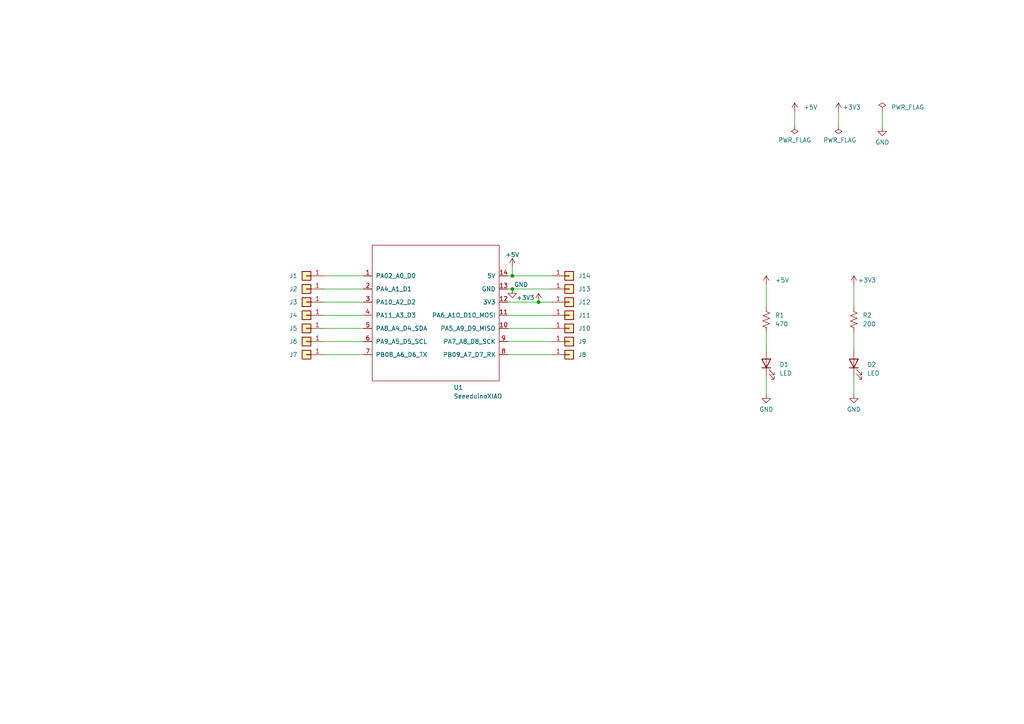
<source format=kicad_sch>
(kicad_sch (version 20231120) (generator "eeschema") (generator_version "8.0")
  (paper "A4")
  (lib_symbols
    (symbol "Connector_Generic:Conn_01x01" (pin_names (offset 1.016) hide)
      (property "Reference" "J" (at 0 2.54 0))
      (property "Value" "Conn_01x01" (at 0 -2.54 0))
      (symbol "Conn_01x01_1_1"
        (rectangle (start -1.27 0.127) (end 0 -0.127) (stroke (width 0.1524)))
        (rectangle (start -1.27 1.27) (end 1.27 -1.27) (stroke (width 0.254)) (fill (type background)))
        (pin passive line (at -5.08 0 0) (length 3.81) (name "Pin_1") (number "1"))
      )
    )
    (symbol "Device:LED" (pin_numbers hide) (pin_names (offset 1.016) hide)
      (property "Reference" "D" (at 0 2.54 0))
      (property "Value" "LED" (at 0 -2.54 0))
      (symbol "LED_0_1"
        (polyline (pts (xy -1.27 -1.27) (xy -1.27 1.27)) (stroke (width 0.254)))
        (polyline (pts (xy -1.27 0) (xy 1.27 0)))
        (polyline (pts (xy 1.27 -1.27) (xy 1.27 1.27) (xy -1.27 0) (xy 1.27 -1.27)) (stroke (width 0.254)))
        (polyline (pts (xy -3.048 -0.762) (xy -4.572 -2.286) (xy -3.81 -2.286) (xy -4.572 -2.286) (xy -4.572 -1.524)))
        (polyline (pts (xy -1.778 -0.762) (xy -3.302 -2.286) (xy -2.54 -2.286) (xy -3.302 -2.286) (xy -3.302 -1.524)))
      )
      (symbol "LED_1_1"
        (pin passive line (at -3.81 0 0) (length 2.54) (name "K") (number "1"))
        (pin passive line (at 3.81 0 180) (length 2.54) (name "A") (number "2"))
      )
    )
    (symbol "Device:R_US" (pin_numbers hide) (pin_names (offset 0))
      (property "Reference" "R" (at 2.54 0 90))
      (property "Value" "R_US" (at -2.54 0 90))
      (symbol "R_US_0_1"
        (polyline (pts (xy 0 -2.286) (xy 0 -2.54)))
        (polyline (pts (xy 0 2.286) (xy 0 2.54)))
        (polyline (pts (xy 0 -0.762) (xy 1.016 -1.143) (xy 0 -1.524) (xy -1.016 -1.905) (xy 0 -2.286)))
        (polyline (pts (xy 0 0.762) (xy 1.016 0.381) (xy 0 0) (xy -1.016 -0.381) (xy 0 -0.762)))
        (polyline (pts (xy 0 2.286) (xy 1.016 1.905) (xy 0 1.524) (xy -1.016 1.143) (xy 0 0.762)))
      )
      (symbol "R_US_1_1"
        (pin passive line (at 0 3.81 270) (length 1.27) (name "~") (number "1"))
        (pin passive line (at 0 -3.81 90) (length 1.27) (name "~") (number "2"))
      )
    )
    (symbol "Seeeduino XIAO:SeeeduinoXIAO" (pin_names (offset 1.016))
      (property "Reference" "U" (at -19.05 22.86 0))
      (property "Value" "SeeeduinoXIAO" (at -12.7 21.59 0))
      (symbol "SeeeduinoXIAO_0_1"
        (rectangle (start -19.05 20.32) (end 17.78 -19.05))
      )
      (symbol "SeeeduinoXIAO_1_1"
        (pin bidirectional line (at -21.59 11.43 0) (length 2.54) (name "PA02_A0_D0") (number "1"))
        (pin bidirectional line (at 20.32 -3.81 180) (length 2.54) (name "PA5_A9_D9_MISO") (number "10"))
        (pin bidirectional line (at 20.32 0 180) (length 2.54) (name "PA6_A10_D10_MOSI") (number "11"))
        (pin power_in line (at 20.32 3.81 180) (length 2.54) (name "3V3") (number "12"))
        (pin power_in line (at 20.32 7.62 180) (length 2.54) (name "GND") (number "13"))
        (pin power_in line (at 20.32 11.43 180) (length 2.54) (name "5V") (number "14"))
        (pin bidirectional line (at -21.59 7.62 0) (length 2.54) (name "PA4_A1_D1") (number "2"))
        (pin bidirectional line (at -21.59 3.81 0) (length 2.54) (name "PA10_A2_D2") (number "3"))
        (pin bidirectional line (at -21.59 0 0) (length 2.54) (name "PA11_A3_D3") (number "4"))
        (pin bidirectional line (at -21.59 -3.81 0) (length 2.54) (name "PA8_A4_D4_SDA") (number "5"))
        (pin bidirectional line (at -21.59 -7.62 0) (length 2.54) (name "PA9_A5_D5_SCL") (number "6"))
        (pin bidirectional line (at -21.59 -11.43 0) (length 2.54) (name "PB08_A6_D6_TX") (number "7"))
        (pin bidirectional line (at 20.32 -11.43 180) (length 2.54) (name "PB09_A7_D7_RX") (number "8"))
        (pin bidirectional line (at 20.32 -7.62 180) (length 2.54) (name "PA7_A8_D8_SCK") (number "9"))
      )
    )
    (symbol "power:+3.3V" (power) (pin_names (offset 0))
      (property "Value" "+3.3V" (at 0 3.556 0))
      (symbol "+3.3V_0_1"
        (polyline (pts (xy -0.762 1.27) (xy 0 2.54)))
        (polyline (pts (xy 0 0) (xy 0 2.54)))
        (polyline (pts (xy 0 2.54) (xy 0.762 1.27)))
      )
      (symbol "+3.3V_1_1"
        (pin power_in line (at 0 0 90) (length 0) hide (name "+3V3") (number "1"))
      )
    )
    (symbol "power:+5V" (power) (pin_names (offset 0))
      (property "Value" "+5V" (at 0 3.556 0))
      (symbol "+5V_0_1"
        (polyline (pts (xy -0.762 1.27) (xy 0 2.54)))
        (polyline (pts (xy 0 0) (xy 0 2.54)))
        (polyline (pts (xy 0 2.54) (xy 0.762 1.27)))
      )
      (symbol "+5V_1_1"
        (pin power_in line (at 0 0 90) (length 0) hide (name "+5V") (number "1"))
      )
    )
    (symbol "power:GND" (power) (pin_names (offset 0))
      (property "Value" "GND" (at 0 -3.81 0))
      (symbol "GND_0_1"
        (polyline (pts (xy 0 0) (xy 0 -1.27) (xy 1.27 -1.27) (xy 0 -2.54) (xy -1.27 -1.27) (xy 0 -1.27)))
      )
      (symbol "GND_1_1"
        (pin power_in line (at 0 0 270) (length 0) hide (name "GND") (number "1"))
      )
    )
    (symbol "power:PWR_FLAG" (power) (pin_numbers hide) (pin_names (offset 0) hide)
      (property "Value" "PWR_FLAG" (at 0 3.81 0))
      (symbol "PWR_FLAG_0_0"
        (pin power_out line (at 0 0 90) (length 0) (name "pwr") (number "1"))
      )
      (symbol "PWR_FLAG_0_1"
        (polyline (pts (xy 0 0) (xy 0 1.27) (xy -1.016 1.905) (xy 0 2.54) (xy 1.016 1.905) (xy 0 1.27)))
      )
    )
  )
  (junction (at 148.59 83.82))
  (junction (at 156.21 87.63))
  (junction (at 148.59 80.01))
  (wire (pts (xy 243.205 32.385) (xy 243.205 36.195)))
  (wire (pts (xy 93.98 83.82) (xy 105.41 83.82)))
  (wire (pts (xy 93.98 80.01) (xy 105.41 80.01)))
  (wire (pts (xy 222.25 82.55) (xy 222.25 88.9)))
  (wire (pts (xy 147.32 102.87) (xy 160.02 102.87)))
  (wire (pts (xy 247.65 96.52) (xy 247.65 101.6)))
  (wire (pts (xy 230.505 32.385) (xy 230.505 36.195)))
  (wire (pts (xy 148.59 83.82) (xy 160.02 83.82)))
  (wire (pts (xy 222.25 109.22) (xy 222.25 114.3)))
  (wire (pts (xy 147.32 83.82) (xy 148.59 83.82)))
  (wire (pts (xy 93.98 102.87) (xy 105.41 102.87)))
  (wire (pts (xy 93.98 91.44) (xy 105.41 91.44)))
  (wire (pts (xy 93.98 99.06) (xy 105.41 99.06)))
  (wire (pts (xy 247.65 109.22) (xy 247.65 114.3)))
  (wire (pts (xy 147.32 80.01) (xy 148.59 80.01)))
  (wire (pts (xy 93.98 87.63) (xy 105.41 87.63)))
  (wire (pts (xy 148.59 80.01) (xy 160.02 80.01)))
  (wire (pts (xy 222.25 96.52) (xy 222.25 101.6)))
  (wire (pts (xy 147.32 91.44) (xy 160.02 91.44)))
  (wire (pts (xy 147.32 95.25) (xy 160.02 95.25)))
  (wire (pts (xy 148.59 80.01) (xy 148.59 77.47)))
  (wire (pts (xy 147.32 87.63) (xy 156.21 87.63)))
  (wire (pts (xy 255.905 32.385) (xy 255.905 36.83)))
  (wire (pts (xy 247.65 82.55) (xy 247.65 88.9)))
  (wire (pts (xy 93.98 95.25) (xy 105.41 95.25)))
  (wire (pts (xy 160.02 87.63) (xy 156.21 87.63)))
  (wire (pts (xy 147.32 99.06) (xy 160.02 99.06)))
  (symbol (lib_id "Connector_Generic:Conn_01x01") (at 88.9 95.25 180) (unit 1)
    (property "Reference" "J5" (at 85.09 95.25 0))
    (property "Value" "Conn_01x01_hole" (effects (hide yes)))
    (property "Footprint" "lib:con_01x01_edge" (effects (hide yes)))
  )
  (symbol (lib_id "power:GND") (at 222.25 114.3 0) (unit 1)
    (property "Reference" "#PWR0106" (effects (hide yes)))
    (property "Value" "GND" (at 222.25 118.745 0))
  )
  (symbol (lib_id "Connector_Generic:Conn_01x01") (at 165.1 80.01 0) (unit 1)
    (property "Reference" "J14" (at 169.545 80.01 0))
    (property "Value" "Conn_01x01_hole" (effects (hide yes)))
    (property "Footprint" "lib:con_01x01_edge" (effects (hide yes)))
  )
  (symbol (lib_id "Seeeduino XIAO:SeeeduinoXIAO") (at 127 91.44 0) (unit 1)
    (property "Reference" "U1" (at 131.5594 112.3934 0) (effects (justify left)))
    (property "Value" "SeeeduinoXIAO" (at 131.5594 114.9303 0) (effects (justify left)))
    (property "Footprint" "lib:Seeeduino XIAO-MOUDLE14P-2.54-21X17.8MM" (effects (hide yes)))
  )
  (symbol (lib_id "power:+3.3V") (at 156.21 87.63 0) (unit 1)
    (property "Reference" "#PWR0104" (effects (hide yes)))
    (property "Value" "+3V3" (at 152.4 86.36 0))
  )
  (symbol (lib_id "Connector_Generic:Conn_01x01") (at 88.9 91.44 180) (unit 1)
    (property "Reference" "J4" (at 85.09 91.44 0))
    (property "Value" "Conn_01x01_hole" (effects (hide yes)))
    (property "Footprint" "lib:con_01x01_edge" (effects (hide yes)))
  )
  (symbol (lib_id "Connector_Generic:Conn_01x01") (at 88.9 87.63 180) (unit 1)
    (property "Reference" "J3" (at 85.09 87.63 0))
    (property "Value" "Conn_01x01_hole" (effects (hide yes)))
    (property "Footprint" "lib:con_01x01_edge" (effects (hide yes)))
  )
  (symbol (lib_id "Device:LED") (at 247.65 105.41 90) (unit 1)
    (property "Reference" "D2" (at 251.46 105.7274 90) (effects (justify right)))
    (property "Value" "LED" (at 251.46 108.2674 90) (effects (justify right)))
    (property "Footprint" "LED_SMD:LED_1206_3216Metric_Pad1.42x1.75mm_HandSolder" (effects (hide yes)))
  )
  (symbol (lib_id "Connector_Generic:Conn_01x01") (at 165.1 83.82 0) (unit 1)
    (property "Reference" "J13" (at 169.545 83.82 0))
    (property "Value" "Conn_01x01_hole" (effects (hide yes)))
    (property "Footprint" "lib:con_01x01_edge" (effects (hide yes)))
  )
  (symbol (lib_id "power:+5V") (at 222.25 82.55 0) (unit 1)
    (property "Reference" "#PWR0109" (effects (hide yes)))
    (property "Value" "+5V" (at 224.79 81.2799 0) (effects (justify left)))
  )
  (symbol (lib_id "Connector_Generic:Conn_01x01") (at 165.1 102.87 0) (unit 1)
    (property "Reference" "J8" (at 168.91 102.87 0))
    (property "Value" "Conn_01x01_hole" (effects (hide yes)))
    (property "Footprint" "lib:con_01x01_edge" (effects (hide yes)))
  )
  (symbol (lib_id "power:+3.3V") (at 243.205 32.385 0) (unit 1)
    (property "Reference" "#PWR0107" (effects (hide yes)))
    (property "Value" "+3V3" (at 247.015 31.115 0))
  )
  (symbol (lib_id "power:+5V") (at 230.505 32.385 0) (unit 1)
    (property "Reference" "#PWR0101" (effects (hide yes)))
    (property "Value" "+5V" (at 233.045 31.1149 0) (effects (justify left)))
  )
  (symbol (lib_id "power:PWR_FLAG") (at 255.905 32.385 0) (unit 1)
    (property "Reference" "#FLG0103" (effects (hide yes)))
    (property "Value" "PWR_FLAG" (at 258.445 31.1149 0) (effects (justify left)))
  )
  (symbol (lib_id "power:+3.3V") (at 247.65 82.55 0) (unit 1)
    (property "Reference" "#PWR0110" (effects (hide yes)))
    (property "Value" "+3V3" (at 251.46 81.28 0))
  )
  (symbol (lib_id "power:PWR_FLAG") (at 243.205 36.195 180) (unit 1)
    (property "Reference" "#FLG0101" (effects (hide yes)))
    (property "Value" "PWR_FLAG" (at 238.76 40.64 0) (effects (justify right)))
  )
  (symbol (lib_id "Connector_Generic:Conn_01x01") (at 165.1 99.06 0) (unit 1)
    (property "Reference" "J9" (at 168.91 99.06 0))
    (property "Value" "Conn_01x01_hole" (effects (hide yes)))
    (property "Footprint" "lib:con_01x01_edge" (effects (hide yes)))
  )
  (symbol (lib_id "Connector_Generic:Conn_01x01") (at 165.1 91.44 0) (unit 1)
    (property "Reference" "J11" (at 169.545 91.44 0))
    (property "Value" "Conn_01x01_hole" (effects (hide yes)))
    (property "Footprint" "lib:con_01x01_edge" (effects (hide yes)))
  )
  (symbol (lib_id "Device:R_US") (at 247.65 92.71 0) (unit 1)
    (property "Reference" "R2" (at 250.19 91.4399 0) (effects (justify left)))
    (property "Value" "200" (at 250.19 93.9799 0) (effects (justify left)))
    (property "Footprint" "Resistor_SMD:R_1206_3216Metric_Pad1.30x1.75mm_HandSolder" (effects (hide yes)))
  )
  (symbol (lib_id "power:+5V") (at 148.59 77.47 0) (unit 1)
    (property "Reference" "#PWR0105" (effects (hide yes)))
    (property "Value" "+5V" (at 148.59 73.8942 0))
  )
  (symbol (lib_id "Connector_Generic:Conn_01x01") (at 88.9 99.06 180) (unit 1)
    (property "Reference" "J6" (at 85.09 99.06 0))
    (property "Value" "Conn_01x01_hole" (effects (hide yes)))
    (property "Footprint" "lib:con_01x01_edge" (effects (hide yes)))
  )
  (symbol (lib_id "power:GND") (at 255.905 36.83 0) (unit 1)
    (property "Reference" "#PWR0103" (effects (hide yes)))
    (property "Value" "GND" (at 255.905 41.275 0))
  )
  (symbol (lib_id "Connector_Generic:Conn_01x01") (at 88.9 83.82 180) (unit 1)
    (property "Reference" "J2" (at 85.09 83.82 0))
    (property "Value" "Conn_01x01_hole" (effects (hide yes)))
    (property "Footprint" "lib:con_01x01_edge" (effects (hide yes)))
  )
  (symbol (lib_id "power:PWR_FLAG") (at 230.505 36.195 180) (unit 1)
    (property "Reference" "#FLG0102" (effects (hide yes)))
    (property "Value" "PWR_FLAG" (at 230.505 40.64 0))
  )
  (symbol (lib_id "Connector_Generic:Conn_01x01") (at 88.9 80.01 180) (unit 1)
    (property "Reference" "J1" (at 85.09 80.01 0))
    (property "Value" "Conn_01x01_hole" (effects (hide yes)))
    (property "Footprint" "lib:con_01x01_edge" (effects (hide yes)))
  )
  (symbol (lib_id "Connector_Generic:Conn_01x01") (at 165.1 87.63 0) (unit 1)
    (property "Reference" "J12" (at 169.545 87.63 0))
    (property "Value" "Conn_01x01_hole" (effects (hide yes)))
    (property "Footprint" "lib:con_01x01_edge" (effects (hide yes)))
  )
  (symbol (lib_id "Device:LED") (at 222.25 105.41 90) (unit 1)
    (property "Reference" "D1" (at 226.06 105.7274 90) (effects (justify right)))
    (property "Value" "LED" (at 226.06 108.2674 90) (effects (justify right)))
    (property "Footprint" "LED_SMD:LED_1206_3216Metric_Pad1.42x1.75mm_HandSolder" (effects (hide yes)))
  )
  (symbol (lib_id "power:GND") (at 247.65 114.3 0) (unit 1)
    (property "Reference" "#PWR0108" (effects (hide yes)))
    (property "Value" "GND" (at 247.65 118.745 0))
  )
  (symbol (lib_id "power:GND") (at 148.59 83.82 0) (unit 1)
    (property "Reference" "#PWR0102" (effects (hide yes)))
    (property "Value" "GND" (at 151.13 82.55 0))
  )
  (symbol (lib_id "Connector_Generic:Conn_01x01") (at 165.1 95.25 0) (unit 1)
    (property "Reference" "J10" (at 169.545 95.25 0))
    (property "Value" "Conn_01x01_hole" (effects (hide yes)))
    (property "Footprint" "lib:con_01x01_edge" (effects (hide yes)))
  )
  (symbol (lib_id "Connector_Generic:Conn_01x01") (at 88.9 102.87 180) (unit 1)
    (property "Reference" "J7" (at 85.09 102.87 0))
    (property "Value" "Conn_01x01_hole" (effects (hide yes)))
    (property "Footprint" "lib:con_01x01_edge" (effects (hide yes)))
  )
  (symbol (lib_id "Device:R_US") (at 222.25 92.71 0) (unit 1)
    (property "Reference" "R1" (at 224.79 91.4399 0) (effects (justify left)))
    (property "Value" "470" (at 224.79 93.9799 0) (effects (justify left)))
    (property "Footprint" "Resistor_SMD:R_1206_3216Metric_Pad1.30x1.75mm_HandSolder" (effects (hide yes)))
  )
)
</source>
